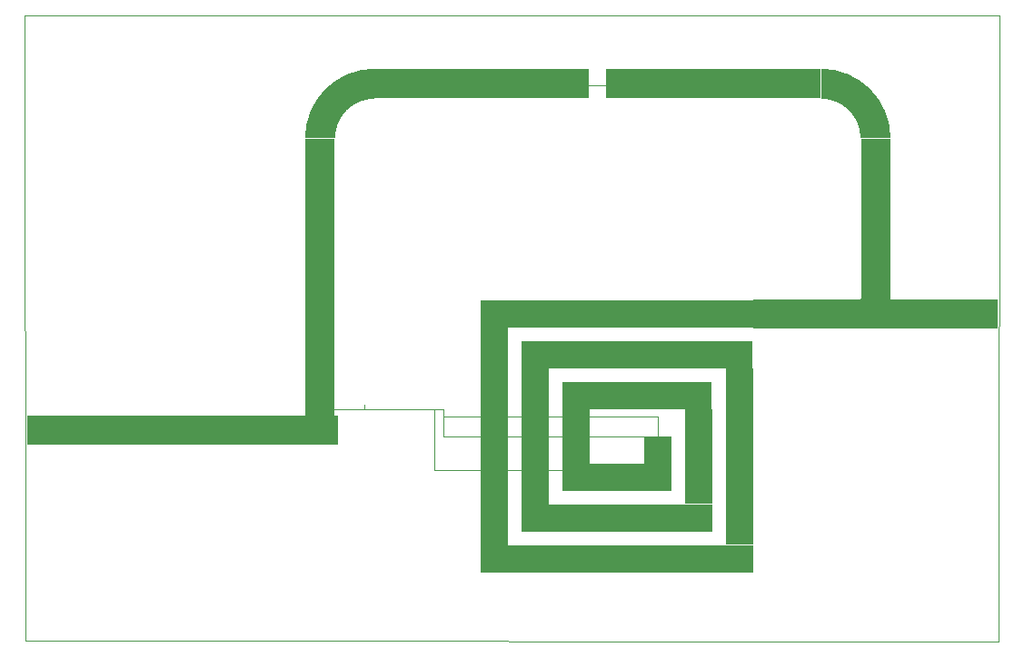
<source format=gbr>
G04 ===== Begin FILE IDENTIFICATION =====*
G04 File Format:  Gerber RS274X*
G04 ===== End FILE IDENTIFICATION =====*
%FSLAX54Y54*%
%MOIN*%
%SFA1.0000B1.0000*%
%OFA0.0B0.0*%
%ADD14R,1.000000X0.100000*%
%ADD15R,0.100000X0.900000*%
%ADD16R,0.900000X0.100000*%
%ADD17R,0.100000X0.650000*%
%ADD18R,0.850000X0.100000*%
%ADD19R,0.100000X0.600000*%
%ADD20R,0.600000X0.100000*%
%ADD21R,0.100000X0.350000*%
%ADD22R,0.550000X0.100000*%
%ADD23R,0.100000X0.300000*%
%ADD24R,0.300000X0.100000*%
%ADD25R,0.100000X0.100000*%
%ADD26R,0.110236X1.102362*%
%ADD27R,0.025000X0.012500*%
%ADD28C,0.013780*%
%ADD29R,0.787402X0.110236*%
%ADD30R,0.393701X0.110236*%
%ADD31R,1.141732X0.110236*%
%ADD32R,0.110236X0.590551*%
%ADD33C,0.000025*%
%LNcond*%
%IPPOS*%
%LPD*%
G75*
D14*
X18724Y0D03*
D15*
X14224Y-5000D03*
D16*
X19224Y-9000D03*
D17*
X23224Y-5250D03*
D18*
X19474Y-1500D03*
D19*
X15724Y-5000D03*
D20*
X19224Y-7500D03*
D21*
X21724Y-5250D03*
D22*
X19474Y-3000D03*
D23*
X17224Y-5000D03*
D24*
X19224Y-6000D03*
D25*
X20224Y-5000D03*
D26*
X7834Y945D03*
D27*
X7863Y-4145D03*
D28*
Y-4207D03*
D27*
X8164Y-4154D03*
D28*
Y-4217D03*
D27*
X20252Y-4701D03*
D28*
Y-4763D03*
D27*
X20244Y-5255D03*
D28*
Y-5317D03*
D29*
X13771Y8457D03*
X22275D03*
G36*
G01X28763Y-551D02*
G01Y551D01*
G01X27661D01*
G01Y-551D01*
G01X28763D01*
G37*
D30*
X25693Y0D03*
D27*
X7553Y-4090D03*
D28*
Y-4153D03*
D31*
X2797Y-4259D03*
D27*
X20237Y-4986D03*
D28*
Y-5048D03*
D30*
X30732Y0D03*
G36*
G01X8385Y6457D02*
G01X7283D01*
G02X9834Y9008I2551J0D01*
G01Y7906D01*
G03X8385Y6457I0J-1449D01*
G01X8385Y6457D01*
G37*
G36*
G01X26212Y7906D02*
G01Y9008D01*
G02X28763Y6457I0J-2551D01*
G01X27661D01*
G03X26212Y7906I-1449J0D01*
G01X26212Y7906D01*
G37*
D32*
X28212Y3504D03*
D33*
G01X18338Y8457D02*
G01X18339D01*
G01Y8386D01*

G01Y8376D01*
G01X12030Y-3500D02*
G01X12370D01*
G01Y-3554D01*

G01Y-3760D01*

G01Y-4500D01*
G01X20224D01*
G01X9450Y-3500D02*
G01X8160D01*
G01X20138Y-5750D02*
G01X20139D01*
G01X18339Y8386D02*
G01X15499D01*
G01Y8376D01*
G01X15497D01*
G01Y8373D01*
G01X15496D01*
G01X12374Y-3554D02*
G01X12370D01*
G01X20252Y-4763D02*
G01X20250D01*
G01Y-4500D01*
G01X20224D01*
G01X12030Y-3500D02*
G01Y-5750D01*
G01X20138D01*
G01X12030Y-3500D02*
G01X9450D01*
G01X8070D02*
G01Y-2472D01*
G01X8079D01*
G01X8070Y-3500D02*
G01X7550D01*
G01Y-4153D01*
G01X7553D01*
G01X9447Y-3350D02*
G01X9450D01*
G01X12370Y-3760D02*
G01X20240D01*
G01Y-5048D01*
G01X20237D01*
G01X8160Y-3500D02*
G01X8070D01*
G01X9450Y-3350D02*
G01X9451D01*
G01X9450Y-3500D02*
G01Y-3350D01*
G01X8160Y-3500D02*
G01Y-4217D01*
G01X8164D01*
G01X20138Y-5753D02*
G01Y-5750D01*
G01X-2975Y-12012D02*
G01X-3012Y10974D01*
G01X32762Y10964D01*
G01X32721Y-12027D01*
G01X-2975Y-12012D01*
M02*


</source>
